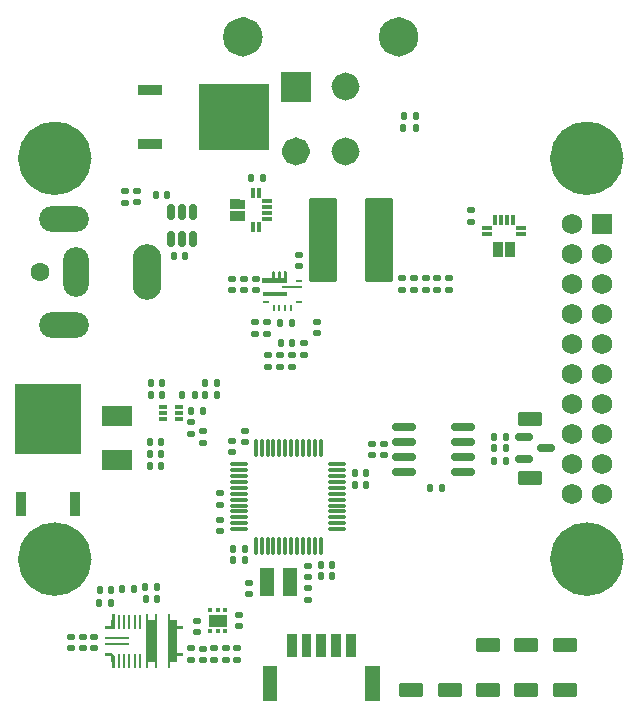
<source format=gbr>
%TF.GenerationSoftware,KiCad,Pcbnew,9.0.6*%
%TF.CreationDate,2026-02-27T09:42:09+00:00*%
%TF.ProjectId,Foinse,466f696e-7365-42e6-9b69-6361645f7063,rev?*%
%TF.SameCoordinates,Original*%
%TF.FileFunction,Soldermask,Top*%
%TF.FilePolarity,Negative*%
%FSLAX46Y46*%
G04 Gerber Fmt 4.6, Leading zero omitted, Abs format (unit mm)*
G04 Created by KiCad (PCBNEW 9.0.6) date 2026-02-27 09:42:09*
%MOMM*%
%LPD*%
G01*
G04 APERTURE LIST*
G04 Aperture macros list*
%AMRoundRect*
0 Rectangle with rounded corners*
0 $1 Rounding radius*
0 $2 $3 $4 $5 $6 $7 $8 $9 X,Y pos of 4 corners*
0 Add a 4 corners polygon primitive as box body*
4,1,4,$2,$3,$4,$5,$6,$7,$8,$9,$2,$3,0*
0 Add four circle primitives for the rounded corners*
1,1,$1+$1,$2,$3*
1,1,$1+$1,$4,$5*
1,1,$1+$1,$6,$7*
1,1,$1+$1,$8,$9*
0 Add four rect primitives between the rounded corners*
20,1,$1+$1,$2,$3,$4,$5,0*
20,1,$1+$1,$4,$5,$6,$7,0*
20,1,$1+$1,$6,$7,$8,$9,0*
20,1,$1+$1,$8,$9,$2,$3,0*%
G04 Aperture macros list end*
%ADD10C,3.100000*%
%ADD11C,0.000000*%
%ADD12C,0.010000*%
%ADD13C,1.676200*%
%ADD14C,1.226200*%
%ADD15RoundRect,0.102000X0.900000X0.500000X-0.900000X0.500000X-0.900000X-0.500000X0.900000X-0.500000X0*%
%ADD16RoundRect,0.135000X0.135000X0.185000X-0.135000X0.185000X-0.135000X-0.185000X0.135000X-0.185000X0*%
%ADD17RoundRect,0.140000X0.140000X0.170000X-0.140000X0.170000X-0.140000X-0.170000X0.140000X-0.170000X0*%
%ADD18RoundRect,0.140000X0.170000X-0.140000X0.170000X0.140000X-0.170000X0.140000X-0.170000X-0.140000X0*%
%ADD19RoundRect,0.140000X-0.140000X-0.170000X0.140000X-0.170000X0.140000X0.170000X-0.140000X0.170000X0*%
%ADD20RoundRect,0.140000X-0.170000X0.140000X-0.170000X-0.140000X0.170000X-0.140000X0.170000X0.140000X0*%
%ADD21RoundRect,0.147500X0.172500X-0.147500X0.172500X0.147500X-0.172500X0.147500X-0.172500X-0.147500X0*%
%ADD22RoundRect,0.135000X0.185000X-0.135000X0.185000X0.135000X-0.185000X0.135000X-0.185000X-0.135000X0*%
%ADD23RoundRect,0.075000X0.075000X-0.662500X0.075000X0.662500X-0.075000X0.662500X-0.075000X-0.662500X0*%
%ADD24RoundRect,0.075000X0.662500X-0.075000X0.662500X0.075000X-0.662500X0.075000X-0.662500X-0.075000X0*%
%ADD25RoundRect,0.102000X-0.900000X-0.500000X0.900000X-0.500000X0.900000X0.500000X-0.900000X0.500000X0*%
%ADD26R,0.249999X0.599999*%
%ADD27R,0.599999X0.249999*%
%ADD28R,1.699999X0.249999*%
%ADD29C,0.349905*%
%ADD30R,2.100001X0.399999*%
%ADD31RoundRect,0.102000X-1.075000X-3.450000X1.075000X-3.450000X1.075000X3.450000X-1.075000X3.450000X0*%
%ADD32R,0.889000X2.006600*%
%ADD33R,5.562600X6.045200*%
%ADD34R,0.838200X0.304800*%
%ADD35R,0.304800X0.838200*%
%ADD36RoundRect,0.135000X-0.135000X-0.185000X0.135000X-0.185000X0.135000X0.185000X-0.135000X0.185000X0*%
%ADD37R,1.295400X2.387600*%
%ADD38RoundRect,0.135000X-0.185000X0.135000X-0.185000X-0.135000X0.185000X-0.135000X0.185000X0.135000X0*%
%ADD39RoundRect,0.093750X-0.106250X0.093750X-0.106250X-0.093750X0.106250X-0.093750X0.106250X0.093750X0*%
%ADD40R,1.600000X1.000000*%
%ADD41C,3.200000*%
%ADD42R,0.127000X0.127000*%
%ADD43R,0.203200X1.295400*%
%ADD44R,2.057400X0.254000*%
%ADD45RoundRect,0.102000X0.762000X-0.762000X0.762000X0.762000X-0.762000X0.762000X-0.762000X-0.762000X0*%
%ADD46C,1.728000*%
%ADD47RoundRect,0.150000X-0.825000X-0.150000X0.825000X-0.150000X0.825000X0.150000X-0.825000X0.150000X0*%
%ADD48RoundRect,0.150000X-0.150000X0.512500X-0.150000X-0.512500X0.150000X-0.512500X0.150000X0.512500X0*%
%ADD49C,1.600000*%
%ADD50O,2.454000X4.704000*%
%ADD51O,2.204000X4.204000*%
%ADD52O,4.204000X2.204000*%
%ADD53RoundRect,0.102000X-1.200000X0.750000X-1.200000X-0.750000X1.200000X-0.750000X1.200000X0.750000X0*%
%ADD54R,2.006600X0.889000*%
%ADD55R,6.045200X5.562600*%
%ADD56RoundRect,0.087500X-0.250000X-0.087500X0.250000X-0.087500X0.250000X0.087500X-0.250000X0.087500X0*%
%ADD57RoundRect,0.150000X-0.587500X-0.150000X0.587500X-0.150000X0.587500X0.150000X-0.587500X0.150000X0*%
G04 APERTURE END LIST*
D10*
X132025358Y-97040563D02*
G75*
G02*
X128925358Y-97040563I-1550000J0D01*
G01*
X128925358Y-97040563D02*
G75*
G02*
X132025358Y-97040563I1550000J0D01*
G01*
X177070000Y-63099437D02*
G75*
G02*
X173970000Y-63099437I-1550000J0D01*
G01*
X173970000Y-63099437D02*
G75*
G02*
X177070000Y-63099437I1550000J0D01*
G01*
X132025358Y-63099437D02*
G75*
G02*
X128925358Y-63099437I-1550000J0D01*
G01*
X128925358Y-63099437D02*
G75*
G02*
X132025358Y-63099437I1550000J0D01*
G01*
X177070000Y-97040563D02*
G75*
G02*
X173970000Y-97040563I-1550000J0D01*
G01*
X173970000Y-97040563D02*
G75*
G02*
X177070000Y-97040563I1550000J0D01*
G01*
D11*
%TO.C,U19*%
G36*
X149120000Y-72717616D02*
G01*
X149120000Y-73227615D01*
X149369999Y-73227615D01*
X149369999Y-72717616D01*
X149419999Y-72667616D01*
X149569999Y-72667616D01*
X149619999Y-72717616D01*
X149619999Y-73227615D01*
X149870001Y-73227615D01*
X149870001Y-72717616D01*
X149920001Y-72667616D01*
X150070001Y-72667616D01*
X150120001Y-72717616D01*
X150120001Y-73227615D01*
X150144999Y-73227615D01*
X150144999Y-73577614D01*
X150094999Y-73627614D01*
X148095001Y-73627614D01*
X148045001Y-73577614D01*
X148045001Y-73277615D01*
X148095001Y-73227615D01*
X148820001Y-73227615D01*
X148870000Y-73177615D01*
X148870000Y-72717616D01*
X148920000Y-72667616D01*
X149070000Y-72667616D01*
X149120000Y-72717616D01*
G37*
D12*
%TO.C,J4*%
X149226200Y-108953104D02*
X148073800Y-108953104D01*
X148073800Y-106100704D01*
X149226200Y-106100704D01*
X149226200Y-108953104D01*
G36*
X149226200Y-108953104D02*
G01*
X148073800Y-108953104D01*
X148073800Y-106100704D01*
X149226200Y-106100704D01*
X149226200Y-108953104D01*
G37*
X150876200Y-105253104D02*
X150123800Y-105253104D01*
X150123800Y-103400704D01*
X150876200Y-103400704D01*
X150876200Y-105253104D01*
G36*
X150876200Y-105253104D02*
G01*
X150123800Y-105253104D01*
X150123800Y-103400704D01*
X150876200Y-103400704D01*
X150876200Y-105253104D01*
G37*
X152126200Y-105253104D02*
X151373800Y-105253104D01*
X151373800Y-103400704D01*
X152126200Y-103400704D01*
X152126200Y-105253104D01*
G36*
X152126200Y-105253104D02*
G01*
X151373800Y-105253104D01*
X151373800Y-103400704D01*
X152126200Y-103400704D01*
X152126200Y-105253104D01*
G37*
X153376200Y-105253104D02*
X152623800Y-105253104D01*
X152623800Y-103400704D01*
X153376200Y-103400704D01*
X153376200Y-105253104D01*
G36*
X153376200Y-105253104D02*
G01*
X152623800Y-105253104D01*
X152623800Y-103400704D01*
X153376200Y-103400704D01*
X153376200Y-105253104D01*
G37*
X154626200Y-105253104D02*
X153873800Y-105253104D01*
X153873800Y-103400704D01*
X154626200Y-103400704D01*
X154626200Y-105253104D01*
G36*
X154626200Y-105253104D02*
G01*
X153873800Y-105253104D01*
X153873800Y-103400704D01*
X154626200Y-103400704D01*
X154626200Y-105253104D01*
G37*
X155876200Y-105253104D02*
X155123800Y-105253104D01*
X155123800Y-103400704D01*
X155876200Y-103400704D01*
X155876200Y-105253104D01*
G36*
X155876200Y-105253104D02*
G01*
X155123800Y-105253104D01*
X155123800Y-103400704D01*
X155876200Y-103400704D01*
X155876200Y-105253104D01*
G37*
X157926200Y-108953104D02*
X156773800Y-108953104D01*
X156773800Y-106100704D01*
X157926200Y-106100704D01*
X157926200Y-108953104D01*
G36*
X157926200Y-108953104D02*
G01*
X156773800Y-108953104D01*
X156773800Y-106100704D01*
X157926200Y-106100704D01*
X157926200Y-108953104D01*
G37*
D11*
%TO.C,U6*%
G36*
X146617643Y-67402400D02*
G01*
X145347543Y-67402401D01*
X145347643Y-66589600D01*
X146617643Y-66589600D01*
X146617643Y-67402400D01*
G37*
G36*
X146617643Y-68402400D02*
G01*
X145347543Y-68402401D01*
X145347643Y-67589600D01*
X146617643Y-67589600D01*
X146617643Y-68402400D01*
G37*
%TO.C,U7*%
G36*
X168402402Y-71419100D02*
G01*
X167589601Y-71419000D01*
X167589601Y-70149000D01*
X168402401Y-70149000D01*
X168402402Y-71419100D01*
G37*
G36*
X169402402Y-71419100D02*
G01*
X168589601Y-71419000D01*
X168589601Y-70149000D01*
X169402401Y-70149000D01*
X169402402Y-71419100D01*
G37*
D13*
%TO.C,J15*%
X147228565Y-52823677D02*
G75*
G02*
X145552365Y-52823677I-838100J0D01*
G01*
X145552365Y-52823677D02*
G75*
G02*
X147228565Y-52823677I838100J0D01*
G01*
D14*
X151503565Y-62523677D02*
G75*
G02*
X150277365Y-62523677I-613100J0D01*
G01*
X150277365Y-62523677D02*
G75*
G02*
X151503565Y-62523677I613100J0D01*
G01*
X155703565Y-57023677D02*
G75*
G02*
X154477365Y-57023677I-613100J0D01*
G01*
X154477365Y-57023677D02*
G75*
G02*
X155703565Y-57023677I613100J0D01*
G01*
X155703565Y-62523677D02*
G75*
G02*
X154477365Y-62523677I-613100J0D01*
G01*
X154477365Y-62523677D02*
G75*
G02*
X155703565Y-62523677I613100J0D01*
G01*
D13*
X160428565Y-52823677D02*
G75*
G02*
X158752365Y-52823677I-838100J0D01*
G01*
X158752365Y-52823677D02*
G75*
G02*
X160428565Y-52823677I838100J0D01*
G01*
D12*
X152116665Y-58249877D02*
X149664265Y-58249877D01*
X149664265Y-55797477D01*
X152116665Y-55797477D01*
X152116665Y-58249877D01*
G36*
X152116665Y-58249877D02*
G01*
X149664265Y-58249877D01*
X149664265Y-55797477D01*
X152116665Y-55797477D01*
X152116665Y-58249877D01*
G37*
D11*
%TO.C,U2*%
G36*
X135551599Y-101674969D02*
G01*
X135551599Y-102970369D01*
X134700000Y-102974668D01*
X134700000Y-102720668D01*
X135208000Y-102720668D01*
X135200000Y-102174968D01*
X135350000Y-102174968D01*
X135350000Y-101674968D01*
X135551599Y-101674969D01*
G37*
G36*
X135274399Y-104974967D02*
G01*
X135551599Y-105224967D01*
X135551599Y-106270367D01*
X135348399Y-106270367D01*
X135348399Y-105770367D01*
X135200399Y-105770367D01*
X135208000Y-105224668D01*
X134700000Y-105224668D01*
X134700000Y-104970668D01*
X135274399Y-104974967D01*
G37*
G36*
X138401601Y-102174969D02*
G01*
X138948400Y-102174969D01*
X138948400Y-101674969D01*
X139151600Y-101674969D01*
X139151600Y-106270367D01*
X138948400Y-106270367D01*
X138948400Y-105770367D01*
X138401601Y-105770367D01*
X138401601Y-106270367D01*
X138198401Y-106270367D01*
X138198401Y-101674969D01*
X138401601Y-101674969D01*
X138401601Y-102174969D01*
G37*
G36*
X140251601Y-102174969D02*
G01*
X140791601Y-102174969D01*
X140792000Y-102720668D01*
X141300000Y-102720668D01*
X141300000Y-102974668D01*
X140792000Y-102974668D01*
X140792000Y-104970668D01*
X141300000Y-104970668D01*
X141300000Y-105224668D01*
X140792000Y-105224668D01*
X140791601Y-105770367D01*
X140251601Y-105770367D01*
X140251601Y-106270367D01*
X140048401Y-106270367D01*
X140048401Y-101674969D01*
X140251601Y-101674969D01*
X140251601Y-102174969D01*
G37*
%TD*%
D15*
%TO.C,F1*%
X173664981Y-104347426D03*
%TD*%
D16*
%TO.C,R2*%
X168676249Y-86731335D03*
X167656249Y-86731335D03*
%TD*%
D17*
%TO.C,C25*%
X141500000Y-71398317D03*
X140540000Y-71398317D03*
%TD*%
D18*
%TO.C,C13*%
X158329879Y-88245514D03*
X158329879Y-87285514D03*
%TD*%
D17*
%TO.C,C14*%
X163230000Y-91000000D03*
X162270000Y-91000000D03*
%TD*%
D15*
%TO.C,CAN-*%
X170716998Y-90191984D03*
%TD*%
D19*
%TO.C,C15*%
X167697499Y-87656489D03*
X168657499Y-87656489D03*
%TD*%
D20*
%TO.C,C9*%
X145492784Y-87023350D03*
X145492784Y-87983350D03*
%TD*%
D15*
%TO.C,F2*%
X170414981Y-104347426D03*
%TD*%
D21*
%TO.C,D12*%
X137440000Y-66840208D03*
X137440000Y-65870208D03*
%TD*%
D20*
%TO.C,C35*%
X144949906Y-104588064D03*
X144949906Y-105548064D03*
%TD*%
D22*
%TO.C,R50*%
X136380466Y-66864185D03*
X136380466Y-65844185D03*
%TD*%
D20*
%TO.C,C44*%
X161866643Y-73270000D03*
X161866643Y-74230000D03*
%TD*%
D22*
%TO.C,R56*%
X149524470Y-80765116D03*
X149524470Y-79745116D03*
%TD*%
D15*
%TO.C,S2*%
X170414981Y-108097426D03*
%TD*%
D20*
%TO.C,C37*%
X147500000Y-73285116D03*
X147500000Y-74245116D03*
%TD*%
D23*
%TO.C,U1*%
X147487122Y-95912500D03*
X147987122Y-95912500D03*
X148487122Y-95912500D03*
X148987122Y-95912500D03*
X149487122Y-95912500D03*
X149987122Y-95912500D03*
X150487122Y-95912500D03*
X150987122Y-95912500D03*
X151487122Y-95912500D03*
X151987122Y-95912500D03*
X152487122Y-95912500D03*
X152987122Y-95912500D03*
D24*
X154399622Y-94500000D03*
X154399622Y-94000000D03*
X154399622Y-93500000D03*
X154399622Y-93000000D03*
X154399622Y-92500000D03*
X154399622Y-92000000D03*
X154399622Y-91500000D03*
X154399622Y-91000000D03*
X154399622Y-90500000D03*
X154399622Y-90000000D03*
X154399622Y-89500000D03*
X154399622Y-89000000D03*
D23*
X152987122Y-87587500D03*
X152487122Y-87587500D03*
X151987122Y-87587500D03*
X151487122Y-87587500D03*
X150987122Y-87587500D03*
X150487122Y-87587500D03*
X149987122Y-87587500D03*
X149487122Y-87587500D03*
X148987122Y-87587500D03*
X148487122Y-87587500D03*
X147987122Y-87587500D03*
X147487122Y-87587500D03*
D24*
X146074622Y-89000000D03*
X146074622Y-89500000D03*
X146074622Y-90000000D03*
X146074622Y-90500000D03*
X146074622Y-91000000D03*
X146074622Y-91500000D03*
X146074622Y-92000000D03*
X146074622Y-92500000D03*
X146074622Y-93000000D03*
X146074622Y-93500000D03*
X146074622Y-94000000D03*
X146074622Y-94500000D03*
%TD*%
D25*
%TO.C,CAN+*%
X170679801Y-85152584D03*
%TD*%
D26*
%TO.C,U19*%
X148994999Y-75777615D03*
X149495000Y-75777615D03*
X149995000Y-75777615D03*
X150495001Y-75777615D03*
D27*
X151145000Y-75307616D03*
D28*
X150595001Y-74007616D03*
D27*
X151145000Y-73507614D03*
D29*
X148944999Y-73387617D03*
D30*
X149094999Y-74587615D03*
D27*
X148345000Y-75307616D03*
%TD*%
D31*
%TO.C,L1*%
X153150000Y-70015116D03*
X157900000Y-70015116D03*
%TD*%
D18*
%TO.C,C30*%
X131864015Y-104567241D03*
X131864015Y-103607241D03*
%TD*%
D20*
%TO.C,C48*%
X142997894Y-104605092D03*
X142997894Y-105565092D03*
%TD*%
D18*
%TO.C,C29*%
X132834929Y-104563744D03*
X132834929Y-103603744D03*
%TD*%
%TO.C,C2*%
X144487122Y-94662500D03*
X144487122Y-93702500D03*
%TD*%
%TO.C,C40*%
X151135947Y-72237786D03*
X151135947Y-71277786D03*
%TD*%
D19*
%TO.C,C3*%
X155881426Y-90750000D03*
X156841426Y-90750000D03*
%TD*%
D20*
%TO.C,C28*%
X151947642Y-99520000D03*
X151947642Y-100480000D03*
%TD*%
D18*
%TO.C,C12*%
X157350630Y-88245724D03*
X157350630Y-87285724D03*
%TD*%
D22*
%TO.C,R5*%
X144487122Y-92422500D03*
X144487122Y-91402500D03*
%TD*%
D32*
%TO.C,Q2*%
X127622712Y-92327826D03*
D33*
X129907711Y-85177726D03*
D32*
X132192710Y-92327826D03*
%TD*%
D19*
%TO.C,C19*%
X138546798Y-89152694D03*
X139506798Y-89152694D03*
%TD*%
D25*
%TO.C,S1*%
X173664981Y-108097426D03*
%TD*%
D20*
%TO.C,C42*%
X159866643Y-73270000D03*
X159866643Y-74230000D03*
%TD*%
D34*
%TO.C,U6*%
X145766643Y-66749999D03*
X145766643Y-67250000D03*
X145766643Y-67750000D03*
X145766643Y-68250001D03*
D35*
X147266644Y-68950000D03*
X147766643Y-68950000D03*
D34*
X148466643Y-68250001D03*
X148466643Y-67750000D03*
X148466643Y-67250000D03*
X148466643Y-66749999D03*
D35*
X147766643Y-66050000D03*
X147266644Y-66050000D03*
%TD*%
D19*
%TO.C,C21*%
X138546798Y-88152694D03*
X139506798Y-88152694D03*
%TD*%
D16*
%TO.C,R10*%
X161045211Y-59500000D03*
X160025211Y-59500000D03*
%TD*%
D36*
%TO.C,R4*%
X136197370Y-99526904D03*
X137217370Y-99526904D03*
%TD*%
D37*
%TO.C,XTAL1*%
X148471589Y-99000000D03*
X150376589Y-99000000D03*
%TD*%
D25*
%TO.C,5VS*%
X167164981Y-104347426D03*
%TD*%
D17*
%TO.C,C1*%
X146560623Y-96152200D03*
X145600623Y-96152200D03*
%TD*%
%TO.C,C41*%
X150585260Y-78765117D03*
X149625260Y-78765117D03*
%TD*%
D19*
%TO.C,C20*%
X138545597Y-87148295D03*
X139505597Y-87148295D03*
%TD*%
D18*
%TO.C,C11*%
X133817083Y-104557256D03*
X133817083Y-103597256D03*
%TD*%
D19*
%TO.C,C4*%
X155881774Y-89739318D03*
X156841774Y-89739318D03*
%TD*%
D35*
%TO.C,U7*%
X167750000Y-71000000D03*
X168250001Y-71000000D03*
X168750001Y-71000000D03*
X169250002Y-71000000D03*
D34*
X169950001Y-69499999D03*
X169950001Y-69000000D03*
D35*
X169250002Y-68300000D03*
X168750001Y-68300000D03*
X168250001Y-68300000D03*
X167750000Y-68300000D03*
D34*
X167050001Y-69000000D03*
X167050001Y-69499999D03*
%TD*%
D20*
%TO.C,C46*%
X163866643Y-73270000D03*
X163866643Y-74230000D03*
%TD*%
D36*
%TO.C,R58*%
X149519688Y-77066016D03*
X150539688Y-77066016D03*
%TD*%
D20*
%TO.C,C47*%
X143974980Y-104592198D03*
X143974980Y-105552198D03*
%TD*%
D19*
%TO.C,C22*%
X143228247Y-82152964D03*
X144188247Y-82152964D03*
%TD*%
%TO.C,C6*%
X153026997Y-98493003D03*
X153986997Y-98493003D03*
%TD*%
D20*
%TO.C,C38*%
X145500000Y-73285116D03*
X145500000Y-74245116D03*
%TD*%
D36*
%TO.C,R8*%
X138144593Y-99400945D03*
X139164593Y-99400945D03*
%TD*%
D20*
%TO.C,C31*%
X142013702Y-104603149D03*
X142013702Y-105563149D03*
%TD*%
D38*
%TO.C,R51*%
X147390166Y-76987492D03*
X147390166Y-78007492D03*
%TD*%
D16*
%TO.C,Ra2*%
X144239927Y-83149409D03*
X143219927Y-83149409D03*
%TD*%
D17*
%TO.C,C26*%
X139980000Y-66250000D03*
X139020000Y-66250000D03*
%TD*%
D16*
%TO.C,R3*%
X143029415Y-84471553D03*
X142009415Y-84471553D03*
%TD*%
D22*
%TO.C,R7*%
X143030608Y-87219702D03*
X143030608Y-86199702D03*
%TD*%
D36*
%TO.C,Rb2*%
X141288313Y-83146072D03*
X142308313Y-83146072D03*
%TD*%
D25*
%TO.C,3V3*%
X163914981Y-108097426D03*
%TD*%
D20*
%TO.C,C45*%
X162866643Y-73265116D03*
X162866643Y-74225116D03*
%TD*%
D18*
%TO.C,C18*%
X141976754Y-86408014D03*
X141976754Y-85448014D03*
%TD*%
D20*
%TO.C,C36*%
X152640959Y-76966580D03*
X152640959Y-77926580D03*
%TD*%
%TO.C,C50*%
X142500000Y-102258948D03*
X142500000Y-103218948D03*
%TD*%
%TO.C,C34*%
X145925815Y-104589501D03*
X145925815Y-105549501D03*
%TD*%
D39*
%TO.C,U8*%
X144908015Y-101377579D03*
X144258015Y-101377579D03*
X143608015Y-101377579D03*
X143608015Y-103152579D03*
X144258015Y-103152579D03*
X144908015Y-103152579D03*
D40*
X144258015Y-102265079D03*
%TD*%
D17*
%TO.C,C10*%
X139151658Y-100418988D03*
X138191658Y-100418988D03*
%TD*%
D20*
%TO.C,C39*%
X146500000Y-73285116D03*
X146500000Y-74245116D03*
%TD*%
D38*
%TO.C,R6*%
X151616643Y-78740000D03*
X151616643Y-79760000D03*
%TD*%
%TO.C,R53*%
X148414636Y-76987072D03*
X148414636Y-78007072D03*
%TD*%
D19*
%TO.C,C7*%
X153020000Y-97500000D03*
X153980000Y-97500000D03*
%TD*%
D41*
%TO.C,J15*%
X159590465Y-52823677D03*
X146390465Y-52823677D03*
%TD*%
D18*
%TO.C,C8*%
X146541093Y-87118359D03*
X146541093Y-86158359D03*
%TD*%
D42*
%TO.C,U2*%
X135449999Y-105622667D03*
D43*
X135900000Y-105622667D03*
X136349999Y-105622667D03*
X136800001Y-105622667D03*
X137250000Y-105622667D03*
X137699999Y-105622667D03*
D42*
X138300001Y-105622667D03*
X139050000Y-105622667D03*
X140150001Y-105622667D03*
X141046000Y-105097668D03*
X141046000Y-102847668D03*
X140150001Y-102322669D03*
X139050000Y-102322669D03*
X138300001Y-102322669D03*
D43*
X137699999Y-102322669D03*
X137250000Y-102322669D03*
X136800001Y-102322669D03*
X136349999Y-102322669D03*
X135900000Y-102322669D03*
D42*
X135449999Y-102322669D03*
X134954000Y-102847668D03*
D44*
X135729000Y-103697667D03*
X135729000Y-104247669D03*
D42*
X134954000Y-105097668D03*
%TD*%
D45*
%TO.C,J1*%
X176790000Y-68640000D03*
D46*
X174250000Y-68640000D03*
X176790000Y-71180000D03*
X174250000Y-71180000D03*
X176790000Y-73720000D03*
X174250000Y-73720000D03*
X176790000Y-76260000D03*
X174250000Y-76260000D03*
X176790000Y-78800000D03*
X174250000Y-78800000D03*
X176790000Y-81340000D03*
X174250000Y-81340000D03*
X176790000Y-83880000D03*
X174250000Y-83880000D03*
X176790000Y-86420000D03*
X174250000Y-86420000D03*
X176790000Y-88960000D03*
X174250000Y-88960000D03*
X176790000Y-91500000D03*
X174250000Y-91500000D03*
%TD*%
D47*
%TO.C,U4*%
X160080097Y-85828527D03*
X160080097Y-87098527D03*
X160080097Y-88368527D03*
X160080097Y-89638527D03*
X165030097Y-89638527D03*
X165030097Y-88368527D03*
X165030097Y-87098527D03*
X165030097Y-85828527D03*
%TD*%
D25*
%TO.C,GND*%
X160664981Y-108097426D03*
%TD*%
D48*
%TO.C,U17*%
X142180069Y-67662500D03*
X141230069Y-67662500D03*
X140280069Y-67662500D03*
X140280069Y-69937500D03*
X141230069Y-69937500D03*
X142180069Y-69937500D03*
%TD*%
D20*
%TO.C,C43*%
X160866643Y-73270000D03*
X160866643Y-74230000D03*
%TD*%
D49*
%TO.C,J3*%
X129250000Y-72750000D03*
D50*
X138250000Y-72750000D03*
D51*
X132250000Y-72750000D03*
D52*
X131250000Y-77250000D03*
X131250000Y-68250000D03*
%TD*%
D53*
%TO.C,SRP4020TA-4R7M1*%
X135776861Y-84923069D03*
X135776861Y-88623069D03*
%TD*%
D20*
%TO.C,C32*%
X151940504Y-97627464D03*
X151940504Y-98587464D03*
%TD*%
%TO.C,C51*%
X146076303Y-101770000D03*
X146076303Y-102730000D03*
%TD*%
D54*
%TO.C,Q1*%
X138535000Y-57340690D03*
D55*
X145685100Y-59625689D03*
D54*
X138535000Y-61910688D03*
%TD*%
D17*
%TO.C,C5*%
X146560623Y-97152200D03*
X145600623Y-97152200D03*
%TD*%
%TO.C,C33*%
X135239573Y-99683842D03*
X134279573Y-99683842D03*
%TD*%
D36*
%TO.C,R1*%
X167656249Y-88770419D03*
X168676249Y-88770419D03*
%TD*%
D20*
%TO.C,C24*%
X165750001Y-67520000D03*
X165750001Y-68480000D03*
%TD*%
D22*
%TO.C,R55*%
X150524470Y-80775116D03*
X150524470Y-79755116D03*
%TD*%
D25*
%TO.C,5VL*%
X167164981Y-108097426D03*
%TD*%
D16*
%TO.C,R12*%
X135274236Y-100729821D03*
X134254236Y-100729821D03*
%TD*%
D18*
%TO.C,C27*%
X146924089Y-99980000D03*
X146924089Y-99020000D03*
%TD*%
D17*
%TO.C,C23*%
X148076643Y-64750000D03*
X147116643Y-64750000D03*
%TD*%
D36*
%TO.C,R9*%
X160000000Y-60546023D03*
X161020000Y-60546023D03*
%TD*%
D19*
%TO.C,C16*%
X138624202Y-82136098D03*
X139584202Y-82136098D03*
%TD*%
D22*
%TO.C,R52*%
X148524470Y-80775116D03*
X148524470Y-79755116D03*
%TD*%
D56*
%TO.C,U5*%
X139601861Y-84148295D03*
X139601861Y-84648295D03*
X139601861Y-85148295D03*
X141026861Y-85148295D03*
X141026861Y-84648295D03*
X141026861Y-84148295D03*
%TD*%
D19*
%TO.C,C17*%
X138604202Y-83136098D03*
X139564202Y-83136098D03*
%TD*%
D57*
%TO.C,D9*%
X170199539Y-86699000D03*
X170199539Y-88599000D03*
X172074539Y-87649000D03*
%TD*%
M02*

</source>
